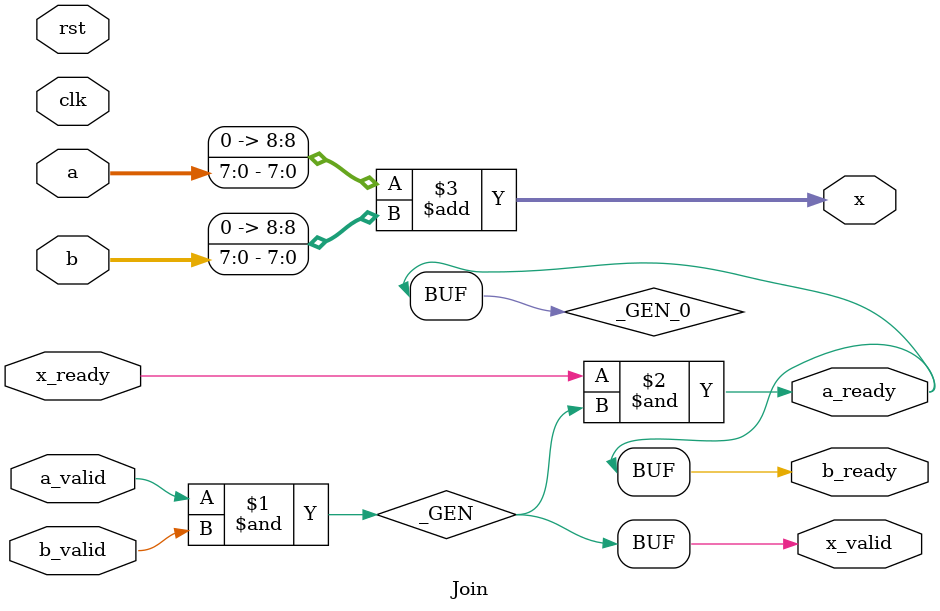
<source format=sv>
`ifndef __PYCDE_TYPES__
`define __PYCDE_TYPES__
`ifndef _TYPESCOPE_pycde
`define _TYPESCOPE_pycde
  typedef struct packed {logic [31:0] data; logic [1:0] resp; } AXI_Lite_Read_Resp;
  typedef struct packed {logic write; logic upper; } MMIOSel;
  typedef
    struct packed {logic upper; logic write; logic [31:0] offset; logic [63:0] data; }
    MMIOIntermediateCmd;
`endif // _TYPESCOPE_pycde
`endif // __PYCDE_TYPES__
module Join(	// {/workspace/circt/build/default/tools/circt/python_packages/pycde/pycde/module.py:491 <- /workspace/circt/lib/Dialect/ESI/runtime/tests/integration/hw/esi_advanced.py:30}
  input        clk,
               rst,
  input  [7:0] a,
  input        a_valid,
  input  [7:0] b,
  input        b_valid,
               x_ready,
  output       a_ready,
               b_ready,
  output [8:0] x,
  output       x_valid
);

  wire _GEN = a_valid & b_valid;	// {/workspace/circt/build/default/tools/circt/python_packages/pycde/pycde/signals.py:1143 <- {/workspace/circt/build/default/tools/circt/python_packages/pycde/pycde/signals.py:411 <- {/workspace/circt/build/default/tools/circt/python_packages/pycde/pycde/signals.py:426 <- {/workspace/circt/build/default/tools/circt/python_packages/pycde/pycde/types.py:772 <- {/workspace/circt/build/default/tools/circt/python_packages/pycde/pycde/types.py:787 <- {/workspace/circt/lib/Dialect/ESI/runtime/tests/integration/hw/esi_advanced.py:40 <- {/workspace/circt/build/default/tools/circt/python_packages/pycde/pycde/module.py:600 <- {/workspace/circt/build/default/tools/circt/python_packages/pycde/pycde/system.py:343 <- /workspace/circt/lib/Dialect/ESI/runtime/tests/integration/hw/esi_advanced.py:98}}}}}}}}
  wire _GEN_0 = x_ready & _GEN;	// {/workspace/circt/build/default/tools/circt/python_packages/pycde/pycde/signals.py:1143 <- {/workspace/circt/build/default/tools/circt/python_packages/pycde/pycde/signals.py:411 <- {/workspace/circt/build/default/tools/circt/python_packages/pycde/pycde/signals.py:426 <- {/workspace/circt/build/default/tools/circt/python_packages/pycde/pycde/types.py:772 <- {/workspace/circt/build/default/tools/circt/python_packages/pycde/pycde/types.py:787 <- {/workspace/circt/lib/Dialect/ESI/runtime/tests/integration/hw/esi_advanced.py:40 <- {/workspace/circt/build/default/tools/circt/python_packages/pycde/pycde/module.py:600 <- {/workspace/circt/build/default/tools/circt/python_packages/pycde/pycde/system.py:343 <- /workspace/circt/lib/Dialect/ESI/runtime/tests/integration/hw/esi_advanced.py:98}}}}}}}}, {/workspace/circt/build/default/tools/circt/python_packages/pycde/pycde/signals.py:1143 <- {/workspace/circt/build/default/tools/circt/python_packages/pycde/pycde/signals.py:411 <- {/workspace/circt/build/default/tools/circt/python_packages/pycde/pycde/signals.py:426 <- {/workspace/circt/build/default/tools/circt/python_packages/pycde/pycde/types.py:775 <- {/workspace/circt/build/default/tools/circt/python_packages/pycde/pycde/types.py:787 <- {/workspace/circt/lib/Dialect/ESI/runtime/tests/integration/hw/esi_advanced.py:40 <- {/workspace/circt/build/default/tools/circt/python_packages/pycde/pycde/module.py:600 <- {/workspace/circt/build/default/tools/circt/python_packages/pycde/pycde/system.py:343 <- /workspace/circt/lib/Dialect/ESI/runtime/tests/integration/hw/esi_advanced.py:98}}}}}}}}
  assign a_ready = _GEN_0;	// {/workspace/circt/build/default/tools/circt/python_packages/pycde/pycde/module.py:114 <- {/workspace/circt/build/default/tools/circt/python_packages/pycde/pycde/module.py:119 <- {/workspace/circt/lib/Dialect/ESI/runtime/tests/integration/hw/esi_advanced.py:39 <- /workspace/circt/lib/Dialect/ESI/runtime/tests/integration/hw/esi_advanced.py:30}}}, {/workspace/circt/build/default/tools/circt/python_packages/pycde/pycde/signals.py:1143 <- {/workspace/circt/build/default/tools/circt/python_packages/pycde/pycde/signals.py:411 <- {/workspace/circt/build/default/tools/circt/python_packages/pycde/pycde/signals.py:426 <- {/workspace/circt/build/default/tools/circt/python_packages/pycde/pycde/types.py:775 <- {/workspace/circt/build/default/tools/circt/python_packages/pycde/pycde/types.py:787 <- {/workspace/circt/lib/Dialect/ESI/runtime/tests/integration/hw/esi_advanced.py:40 <- {/workspace/circt/build/default/tools/circt/python_packages/pycde/pycde/module.py:600 <- {/workspace/circt/build/default/tools/circt/python_packages/pycde/pycde/system.py:343 <- /workspace/circt/lib/Dialect/ESI/runtime/tests/integration/hw/esi_advanced.py:98}}}}}}}}
  assign b_ready = _GEN_0;	// {/workspace/circt/build/default/tools/circt/python_packages/pycde/pycde/module.py:114 <- {/workspace/circt/build/default/tools/circt/python_packages/pycde/pycde/module.py:119 <- {/workspace/circt/lib/Dialect/ESI/runtime/tests/integration/hw/esi_advanced.py:39 <- /workspace/circt/lib/Dialect/ESI/runtime/tests/integration/hw/esi_advanced.py:30}}}, {/workspace/circt/build/default/tools/circt/python_packages/pycde/pycde/signals.py:1143 <- {/workspace/circt/build/default/tools/circt/python_packages/pycde/pycde/signals.py:411 <- {/workspace/circt/build/default/tools/circt/python_packages/pycde/pycde/signals.py:426 <- {/workspace/circt/build/default/tools/circt/python_packages/pycde/pycde/types.py:775 <- {/workspace/circt/build/default/tools/circt/python_packages/pycde/pycde/types.py:787 <- {/workspace/circt/lib/Dialect/ESI/runtime/tests/integration/hw/esi_advanced.py:40 <- {/workspace/circt/build/default/tools/circt/python_packages/pycde/pycde/module.py:600 <- {/workspace/circt/build/default/tools/circt/python_packages/pycde/pycde/system.py:343 <- /workspace/circt/lib/Dialect/ESI/runtime/tests/integration/hw/esi_advanced.py:98}}}}}}}}
  assign x = {1'h0, a} + {1'h0, b};	// {/workspace/circt/build/default/tools/circt/python_packages/pycde/pycde/module.py:114 <- {/workspace/circt/build/default/tools/circt/python_packages/pycde/pycde/module.py:119 <- {/workspace/circt/lib/Dialect/ESI/runtime/tests/integration/hw/esi_advanced.py:39 <- /workspace/circt/lib/Dialect/ESI/runtime/tests/integration/hw/esi_advanced.py:30}}}, {/workspace/circt/build/default/tools/circt/python_packages/pycde/pycde/signals.py:1143 <- {/workspace/circt/build/default/tools/circt/python_packages/pycde/pycde/signals.py:501 <- {/workspace/circt/build/default/tools/circt/python_packages/pycde/pycde/signals.py:508 <- {/workspace/circt/lib/Dialect/ESI/runtime/tests/integration/hw/esi_advanced.py:41 <- {/workspace/circt/build/default/tools/circt/python_packages/pycde/pycde/signals.py:840 <- {/workspace/circt/lib/Dialect/ESI/runtime/tests/integration/hw/esi_advanced.py:41 <- {/workspace/circt/build/default/tools/circt/python_packages/pycde/pycde/module.py:600 <- {/workspace/circt/build/default/tools/circt/python_packages/pycde/pycde/system.py:343 <- /workspace/circt/lib/Dialect/ESI/runtime/tests/integration/hw/esi_advanced.py:98}}}}}}}}
  assign x_valid = _GEN;	// {/workspace/circt/build/default/tools/circt/python_packages/pycde/pycde/module.py:114 <- {/workspace/circt/build/default/tools/circt/python_packages/pycde/pycde/module.py:119 <- {/workspace/circt/lib/Dialect/ESI/runtime/tests/integration/hw/esi_advanced.py:39 <- /workspace/circt/lib/Dialect/ESI/runtime/tests/integration/hw/esi_advanced.py:30}}}, {/workspace/circt/build/default/tools/circt/python_packages/pycde/pycde/signals.py:1143 <- {/workspace/circt/build/default/tools/circt/python_packages/pycde/pycde/signals.py:411 <- {/workspace/circt/build/default/tools/circt/python_packages/pycde/pycde/signals.py:426 <- {/workspace/circt/build/default/tools/circt/python_packages/pycde/pycde/types.py:772 <- {/workspace/circt/build/default/tools/circt/python_packages/pycde/pycde/types.py:787 <- {/workspace/circt/lib/Dialect/ESI/runtime/tests/integration/hw/esi_advanced.py:40 <- {/workspace/circt/build/default/tools/circt/python_packages/pycde/pycde/module.py:600 <- {/workspace/circt/build/default/tools/circt/python_packages/pycde/pycde/system.py:343 <- /workspace/circt/lib/Dialect/ESI/runtime/tests/integration/hw/esi_advanced.py:98}}}}}}}}
endmodule


</source>
